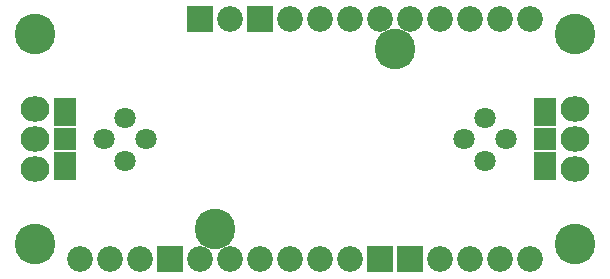
<source format=gbs>
%TF.GenerationSoftware,KiCad,Pcbnew,4.0.6-e0-6349~53~ubuntu16.04.1*%
%TF.CreationDate,2017-04-03T21:19:36+05:30*%
%TF.ProjectId,feather_v2,666561746865725F76322E6B69636164,rev?*%
%TF.FileFunction,Soldermask,Bot*%
%FSLAX46Y46*%
G04 Gerber Fmt 4.6, Leading zero omitted, Abs format (unit mm)*
G04 Created by KiCad (PCBNEW 4.0.6-e0-6349~53~ubuntu16.04.1) date Mon Apr  3 21:19:36 2017*
%MOMM*%
%LPD*%
G01*
G04 APERTURE LIST*
%ADD10C,0.101600*%
%ADD11C,1.797000*%
%ADD12C,3.448000*%
%ADD13R,2.178000X2.178000*%
%ADD14C,2.178000*%
%ADD15O,2.432000X2.127200*%
%ADD16R,1.924000X1.924000*%
%ADD17R,1.924000X2.432000*%
G04 APERTURE END LIST*
D10*
D11*
X116840000Y-99803949D03*
X118636051Y-101600000D03*
X116840000Y-103396051D03*
X115043949Y-101600000D03*
X84563949Y-101600000D03*
X86360000Y-99803949D03*
X88156051Y-101600000D03*
X86360000Y-103396051D03*
D12*
X109220000Y-93980000D03*
X93980000Y-109220000D03*
D13*
X90170000Y-111760000D03*
X92710000Y-91440000D03*
X97790000Y-91440000D03*
X107950000Y-111760000D03*
X110490000Y-111760000D03*
D14*
X82550000Y-111760000D03*
X85090000Y-111760000D03*
X87630000Y-111760000D03*
X92710000Y-111760000D03*
X95250000Y-111760000D03*
X97790000Y-111760000D03*
X100330000Y-111760000D03*
X102870000Y-111760000D03*
X105410000Y-111760000D03*
X113030000Y-111760000D03*
X115570000Y-111760000D03*
X118110000Y-111760000D03*
X120650000Y-111760000D03*
X120650000Y-91440000D03*
X118110000Y-91440000D03*
X115570000Y-91440000D03*
X113030000Y-91440000D03*
X110490000Y-91440000D03*
X107950000Y-91440000D03*
X105410000Y-91440000D03*
X102870000Y-91440000D03*
X100330000Y-91440000D03*
X95250000Y-91440000D03*
D12*
X78740000Y-110490000D03*
X124460000Y-110490000D03*
X124460000Y-92710000D03*
X78740000Y-92710000D03*
D15*
X124460000Y-99060000D03*
X124460000Y-101600000D03*
X124460000Y-104140000D03*
D16*
X121920000Y-101600000D03*
D17*
X121920000Y-103886000D03*
X121920000Y-99314000D03*
D15*
X78740000Y-104140000D03*
X78740000Y-101600000D03*
X78740000Y-99060000D03*
D16*
X81280000Y-101600000D03*
D17*
X81280000Y-99314000D03*
X81280000Y-103886000D03*
M02*

</source>
